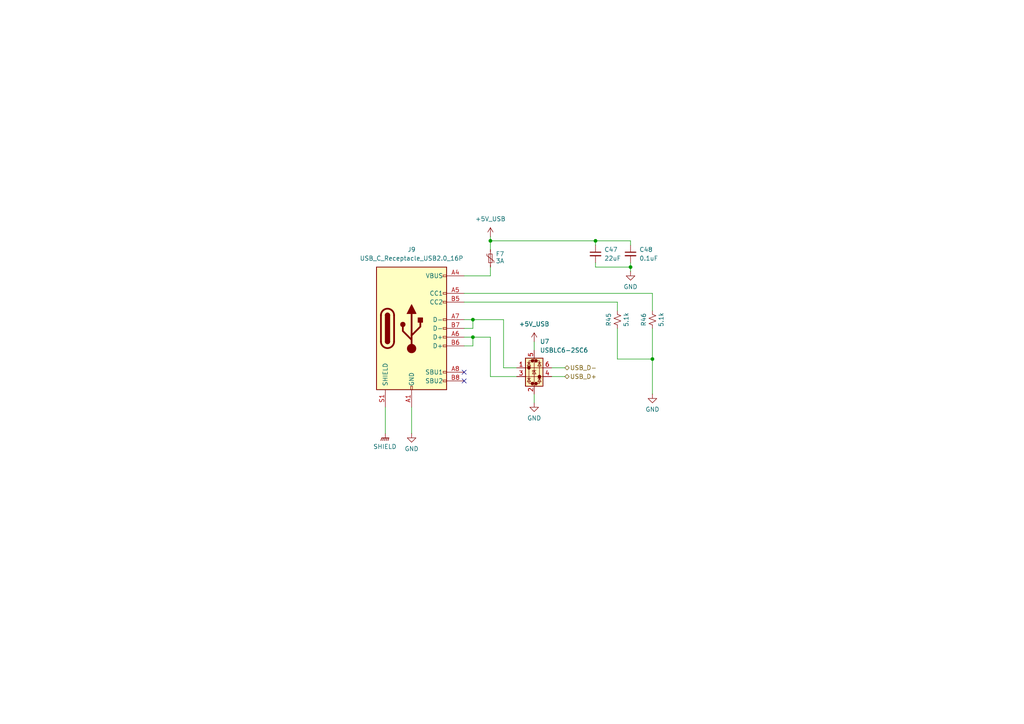
<source format=kicad_sch>
(kicad_sch
	(version 20250114)
	(generator "eeschema")
	(generator_version "9.0")
	(uuid "9b74cad4-558f-45e3-80ef-787713a57c7e")
	(paper "A4")
	(lib_symbols
		(symbol "Connector:USB_C_Receptacle_USB2.0_16P"
			(pin_names
				(offset 1.016)
			)
			(exclude_from_sim no)
			(in_bom yes)
			(on_board yes)
			(property "Reference" "J"
				(at 0 22.225 0)
				(effects
					(font
						(size 1.27 1.27)
					)
				)
			)
			(property "Value" "USB_C_Receptacle_USB2.0_16P"
				(at 0 19.685 0)
				(effects
					(font
						(size 1.27 1.27)
					)
				)
			)
			(property "Footprint" ""
				(at 3.81 0 0)
				(effects
					(font
						(size 1.27 1.27)
					)
					(hide yes)
				)
			)
			(property "Datasheet" "https://www.usb.org/sites/default/files/documents/usb_type-c.zip"
				(at 3.81 0 0)
				(effects
					(font
						(size 1.27 1.27)
					)
					(hide yes)
				)
			)
			(property "Description" "USB 2.0-only 16P Type-C Receptacle connector"
				(at 0 0 0)
				(effects
					(font
						(size 1.27 1.27)
					)
					(hide yes)
				)
			)
			(property "ki_keywords" "usb universal serial bus type-C USB2.0"
				(at 0 0 0)
				(effects
					(font
						(size 1.27 1.27)
					)
					(hide yes)
				)
			)
			(property "ki_fp_filters" "USB*C*Receptacle*"
				(at 0 0 0)
				(effects
					(font
						(size 1.27 1.27)
					)
					(hide yes)
				)
			)
			(symbol "USB_C_Receptacle_USB2.0_16P_0_0"
				(rectangle
					(start -0.254 -17.78)
					(end 0.254 -16.764)
					(stroke
						(width 0)
						(type default)
					)
					(fill
						(type none)
					)
				)
				(rectangle
					(start 10.16 15.494)
					(end 9.144 14.986)
					(stroke
						(width 0)
						(type default)
					)
					(fill
						(type none)
					)
				)
				(rectangle
					(start 10.16 10.414)
					(end 9.144 9.906)
					(stroke
						(width 0)
						(type default)
					)
					(fill
						(type none)
					)
				)
				(rectangle
					(start 10.16 7.874)
					(end 9.144 7.366)
					(stroke
						(width 0)
						(type default)
					)
					(fill
						(type none)
					)
				)
				(rectangle
					(start 10.16 2.794)
					(end 9.144 2.286)
					(stroke
						(width 0)
						(type default)
					)
					(fill
						(type none)
					)
				)
				(rectangle
					(start 10.16 0.254)
					(end 9.144 -0.254)
					(stroke
						(width 0)
						(type default)
					)
					(fill
						(type none)
					)
				)
				(rectangle
					(start 10.16 -2.286)
					(end 9.144 -2.794)
					(stroke
						(width 0)
						(type default)
					)
					(fill
						(type none)
					)
				)
				(rectangle
					(start 10.16 -4.826)
					(end 9.144 -5.334)
					(stroke
						(width 0)
						(type default)
					)
					(fill
						(type none)
					)
				)
				(rectangle
					(start 10.16 -12.446)
					(end 9.144 -12.954)
					(stroke
						(width 0)
						(type default)
					)
					(fill
						(type none)
					)
				)
				(rectangle
					(start 10.16 -14.986)
					(end 9.144 -15.494)
					(stroke
						(width 0)
						(type default)
					)
					(fill
						(type none)
					)
				)
			)
			(symbol "USB_C_Receptacle_USB2.0_16P_0_1"
				(rectangle
					(start -10.16 17.78)
					(end 10.16 -17.78)
					(stroke
						(width 0.254)
						(type default)
					)
					(fill
						(type background)
					)
				)
				(polyline
					(pts
						(xy -8.89 -3.81) (xy -8.89 3.81)
					)
					(stroke
						(width 0.508)
						(type default)
					)
					(fill
						(type none)
					)
				)
				(rectangle
					(start -7.62 -3.81)
					(end -6.35 3.81)
					(stroke
						(width 0.254)
						(type default)
					)
					(fill
						(type outline)
					)
				)
				(arc
					(start -7.62 3.81)
					(mid -6.985 4.4423)
					(end -6.35 3.81)
					(stroke
						(width 0.254)
						(type default)
					)
					(fill
						(type none)
					)
				)
				(arc
					(start -7.62 3.81)
					(mid -6.985 4.4423)
					(end -6.35 3.81)
					(stroke
						(width 0.254)
						(type default)
					)
					(fill
						(type outline)
					)
				)
				(arc
					(start -8.89 3.81)
					(mid -6.985 5.7067)
					(end -5.08 3.81)
					(stroke
						(width 0.508)
						(type default)
					)
					(fill
						(type none)
					)
				)
				(arc
					(start -5.08 -3.81)
					(mid -6.985 -5.7067)
					(end -8.89 -3.81)
					(stroke
						(width 0.508)
						(type default)
					)
					(fill
						(type none)
					)
				)
				(arc
					(start -6.35 -3.81)
					(mid -6.985 -4.4423)
					(end -7.62 -3.81)
					(stroke
						(width 0.254)
						(type default)
					)
					(fill
						(type none)
					)
				)
				(arc
					(start -6.35 -3.81)
					(mid -6.985 -4.4423)
					(end -7.62 -3.81)
					(stroke
						(width 0.254)
						(type default)
					)
					(fill
						(type outline)
					)
				)
				(polyline
					(pts
						(xy -5.08 3.81) (xy -5.08 -3.81)
					)
					(stroke
						(width 0.508)
						(type default)
					)
					(fill
						(type none)
					)
				)
				(circle
					(center -2.54 1.143)
					(radius 0.635)
					(stroke
						(width 0.254)
						(type default)
					)
					(fill
						(type outline)
					)
				)
				(polyline
					(pts
						(xy -1.27 4.318) (xy 0 6.858) (xy 1.27 4.318) (xy -1.27 4.318)
					)
					(stroke
						(width 0.254)
						(type default)
					)
					(fill
						(type outline)
					)
				)
				(polyline
					(pts
						(xy 0 -2.032) (xy 2.54 0.508) (xy 2.54 1.778)
					)
					(stroke
						(width 0.508)
						(type default)
					)
					(fill
						(type none)
					)
				)
				(polyline
					(pts
						(xy 0 -3.302) (xy -2.54 -0.762) (xy -2.54 0.508)
					)
					(stroke
						(width 0.508)
						(type default)
					)
					(fill
						(type none)
					)
				)
				(polyline
					(pts
						(xy 0 -5.842) (xy 0 4.318)
					)
					(stroke
						(width 0.508)
						(type default)
					)
					(fill
						(type none)
					)
				)
				(circle
					(center 0 -5.842)
					(radius 1.27)
					(stroke
						(width 0)
						(type default)
					)
					(fill
						(type outline)
					)
				)
				(rectangle
					(start 1.905 1.778)
					(end 3.175 3.048)
					(stroke
						(width 0.254)
						(type default)
					)
					(fill
						(type outline)
					)
				)
			)
			(symbol "USB_C_Receptacle_USB2.0_16P_1_1"
				(pin passive line
					(at -7.62 -22.86 90)
					(length 5.08)
					(name "SHIELD"
						(effects
							(font
								(size 1.27 1.27)
							)
						)
					)
					(number "S1"
						(effects
							(font
								(size 1.27 1.27)
							)
						)
					)
				)
				(pin passive line
					(at 0 -22.86 90)
					(length 5.08)
					(name "GND"
						(effects
							(font
								(size 1.27 1.27)
							)
						)
					)
					(number "A1"
						(effects
							(font
								(size 1.27 1.27)
							)
						)
					)
				)
				(pin passive line
					(at 0 -22.86 90)
					(length 5.08)
					(hide yes)
					(name "GND"
						(effects
							(font
								(size 1.27 1.27)
							)
						)
					)
					(number "A12"
						(effects
							(font
								(size 1.27 1.27)
							)
						)
					)
				)
				(pin passive line
					(at 0 -22.86 90)
					(length 5.08)
					(hide yes)
					(name "GND"
						(effects
							(font
								(size 1.27 1.27)
							)
						)
					)
					(number "B1"
						(effects
							(font
								(size 1.27 1.27)
							)
						)
					)
				)
				(pin passive line
					(at 0 -22.86 90)
					(length 5.08)
					(hide yes)
					(name "GND"
						(effects
							(font
								(size 1.27 1.27)
							)
						)
					)
					(number "B12"
						(effects
							(font
								(size 1.27 1.27)
							)
						)
					)
				)
				(pin passive line
					(at 15.24 15.24 180)
					(length 5.08)
					(name "VBUS"
						(effects
							(font
								(size 1.27 1.27)
							)
						)
					)
					(number "A4"
						(effects
							(font
								(size 1.27 1.27)
							)
						)
					)
				)
				(pin passive line
					(at 15.24 15.24 180)
					(length 5.08)
					(hide yes)
					(name "VBUS"
						(effects
							(font
								(size 1.27 1.27)
							)
						)
					)
					(number "A9"
						(effects
							(font
								(size 1.27 1.27)
							)
						)
					)
				)
				(pin passive line
					(at 15.24 15.24 180)
					(length 5.08)
					(hide yes)
					(name "VBUS"
						(effects
							(font
								(size 1.27 1.27)
							)
						)
					)
					(number "B4"
						(effects
							(font
								(size 1.27 1.27)
							)
						)
					)
				)
				(pin passive line
					(at 15.24 15.24 180)
					(length 5.08)
					(hide yes)
					(name "VBUS"
						(effects
							(font
								(size 1.27 1.27)
							)
						)
					)
					(number "B9"
						(effects
							(font
								(size 1.27 1.27)
							)
						)
					)
				)
				(pin bidirectional line
					(at 15.24 10.16 180)
					(length 5.08)
					(name "CC1"
						(effects
							(font
								(size 1.27 1.27)
							)
						)
					)
					(number "A5"
						(effects
							(font
								(size 1.27 1.27)
							)
						)
					)
				)
				(pin bidirectional line
					(at 15.24 7.62 180)
					(length 5.08)
					(name "CC2"
						(effects
							(font
								(size 1.27 1.27)
							)
						)
					)
					(number "B5"
						(effects
							(font
								(size 1.27 1.27)
							)
						)
					)
				)
				(pin bidirectional line
					(at 15.24 2.54 180)
					(length 5.08)
					(name "D-"
						(effects
							(font
								(size 1.27 1.27)
							)
						)
					)
					(number "A7"
						(effects
							(font
								(size 1.27 1.27)
							)
						)
					)
				)
				(pin bidirectional line
					(at 15.24 0 180)
					(length 5.08)
					(name "D-"
						(effects
							(font
								(size 1.27 1.27)
							)
						)
					)
					(number "B7"
						(effects
							(font
								(size 1.27 1.27)
							)
						)
					)
				)
				(pin bidirectional line
					(at 15.24 -2.54 180)
					(length 5.08)
					(name "D+"
						(effects
							(font
								(size 1.27 1.27)
							)
						)
					)
					(number "A6"
						(effects
							(font
								(size 1.27 1.27)
							)
						)
					)
				)
				(pin bidirectional line
					(at 15.24 -5.08 180)
					(length 5.08)
					(name "D+"
						(effects
							(font
								(size 1.27 1.27)
							)
						)
					)
					(number "B6"
						(effects
							(font
								(size 1.27 1.27)
							)
						)
					)
				)
				(pin bidirectional line
					(at 15.24 -12.7 180)
					(length 5.08)
					(name "SBU1"
						(effects
							(font
								(size 1.27 1.27)
							)
						)
					)
					(number "A8"
						(effects
							(font
								(size 1.27 1.27)
							)
						)
					)
				)
				(pin bidirectional line
					(at 15.24 -15.24 180)
					(length 5.08)
					(name "SBU2"
						(effects
							(font
								(size 1.27 1.27)
							)
						)
					)
					(number "B8"
						(effects
							(font
								(size 1.27 1.27)
							)
						)
					)
				)
			)
			(embedded_fonts no)
		)
		(symbol "Device:C_Small"
			(pin_numbers
				(hide yes)
			)
			(pin_names
				(offset 0.254)
				(hide yes)
			)
			(exclude_from_sim no)
			(in_bom yes)
			(on_board yes)
			(property "Reference" "C"
				(at 0.254 1.778 0)
				(effects
					(font
						(size 1.27 1.27)
					)
					(justify left)
				)
			)
			(property "Value" "C_Small"
				(at 0.254 -2.032 0)
				(effects
					(font
						(size 1.27 1.27)
					)
					(justify left)
				)
			)
			(property "Footprint" ""
				(at 0 0 0)
				(effects
					(font
						(size 1.27 1.27)
					)
					(hide yes)
				)
			)
			(property "Datasheet" "~"
				(at 0 0 0)
				(effects
					(font
						(size 1.27 1.27)
					)
					(hide yes)
				)
			)
			(property "Description" "Unpolarized capacitor, small symbol"
				(at 0 0 0)
				(effects
					(font
						(size 1.27 1.27)
					)
					(hide yes)
				)
			)
			(property "ki_keywords" "capacitor cap"
				(at 0 0 0)
				(effects
					(font
						(size 1.27 1.27)
					)
					(hide yes)
				)
			)
			(property "ki_fp_filters" "C_*"
				(at 0 0 0)
				(effects
					(font
						(size 1.27 1.27)
					)
					(hide yes)
				)
			)
			(symbol "C_Small_0_1"
				(polyline
					(pts
						(xy -1.524 0.508) (xy 1.524 0.508)
					)
					(stroke
						(width 0.3048)
						(type default)
					)
					(fill
						(type none)
					)
				)
				(polyline
					(pts
						(xy -1.524 -0.508) (xy 1.524 -0.508)
					)
					(stroke
						(width 0.3302)
						(type default)
					)
					(fill
						(type none)
					)
				)
			)
			(symbol "C_Small_1_1"
				(pin passive line
					(at 0 2.54 270)
					(length 2.032)
					(name "~"
						(effects
							(font
								(size 1.27 1.27)
							)
						)
					)
					(number "1"
						(effects
							(font
								(size 1.27 1.27)
							)
						)
					)
				)
				(pin passive line
					(at 0 -2.54 90)
					(length 2.032)
					(name "~"
						(effects
							(font
								(size 1.27 1.27)
							)
						)
					)
					(number "2"
						(effects
							(font
								(size 1.27 1.27)
							)
						)
					)
				)
			)
			(embedded_fonts no)
		)
		(symbol "Device:Polyfuse_Small"
			(pin_numbers
				(hide yes)
			)
			(pin_names
				(offset 0)
			)
			(exclude_from_sim no)
			(in_bom yes)
			(on_board yes)
			(property "Reference" "F"
				(at -1.905 0 90)
				(effects
					(font
						(size 1.27 1.27)
					)
				)
			)
			(property "Value" "Polyfuse_Small"
				(at 1.905 0 90)
				(effects
					(font
						(size 1.27 1.27)
					)
				)
			)
			(property "Footprint" ""
				(at 1.27 -5.08 0)
				(effects
					(font
						(size 1.27 1.27)
					)
					(justify left)
					(hide yes)
				)
			)
			(property "Datasheet" "~"
				(at 0 0 0)
				(effects
					(font
						(size 1.27 1.27)
					)
					(hide yes)
				)
			)
			(property "Description" "Resettable fuse, polymeric positive temperature coefficient, small symbol"
				(at 0 0 0)
				(effects
					(font
						(size 1.27 1.27)
					)
					(hide yes)
				)
			)
			(property "ki_keywords" "resettable fuse PTC PPTC polyfuse polyswitch"
				(at 0 0 0)
				(effects
					(font
						(size 1.27 1.27)
					)
					(hide yes)
				)
			)
			(property "ki_fp_filters" "*polyfuse* *PTC*"
				(at 0 0 0)
				(effects
					(font
						(size 1.27 1.27)
					)
					(hide yes)
				)
			)
			(symbol "Polyfuse_Small_0_1"
				(polyline
					(pts
						(xy -1.016 1.27) (xy -1.016 0.762) (xy 1.016 -0.762) (xy 1.016 -1.27)
					)
					(stroke
						(width 0)
						(type default)
					)
					(fill
						(type none)
					)
				)
				(rectangle
					(start -0.508 1.27)
					(end 0.508 -1.27)
					(stroke
						(width 0)
						(type default)
					)
					(fill
						(type none)
					)
				)
				(polyline
					(pts
						(xy 0 2.54) (xy 0 -2.54)
					)
					(stroke
						(width 0)
						(type default)
					)
					(fill
						(type none)
					)
				)
			)
			(symbol "Polyfuse_Small_1_1"
				(pin passive line
					(at 0 2.54 270)
					(length 0.635)
					(name "~"
						(effects
							(font
								(size 1.27 1.27)
							)
						)
					)
					(number "1"
						(effects
							(font
								(size 1.27 1.27)
							)
						)
					)
				)
				(pin passive line
					(at 0 -2.54 90)
					(length 0.635)
					(name "~"
						(effects
							(font
								(size 1.27 1.27)
							)
						)
					)
					(number "2"
						(effects
							(font
								(size 1.27 1.27)
							)
						)
					)
				)
			)
			(embedded_fonts no)
		)
		(symbol "Device:R_Small_US"
			(pin_numbers
				(hide yes)
			)
			(pin_names
				(offset 0.254)
				(hide yes)
			)
			(exclude_from_sim no)
			(in_bom yes)
			(on_board yes)
			(property "Reference" "R"
				(at 0.762 0.508 0)
				(effects
					(font
						(size 1.27 1.27)
					)
					(justify left)
				)
			)
			(property "Value" "R_Small_US"
				(at 0.762 -1.016 0)
				(effects
					(font
						(size 1.27 1.27)
					)
					(justify left)
				)
			)
			(property "Footprint" ""
				(at 0 0 0)
				(effects
					(font
						(size 1.27 1.27)
					)
					(hide yes)
				)
			)
			(property "Datasheet" "~"
				(at 0 0 0)
				(effects
					(font
						(size 1.27 1.27)
					)
					(hide yes)
				)
			)
			(property "Description" "Resistor, small US symbol"
				(at 0 0 0)
				(effects
					(font
						(size 1.27 1.27)
					)
					(hide yes)
				)
			)
			(property "ki_keywords" "r resistor"
				(at 0 0 0)
				(effects
					(font
						(size 1.27 1.27)
					)
					(hide yes)
				)
			)
			(property "ki_fp_filters" "R_*"
				(at 0 0 0)
				(effects
					(font
						(size 1.27 1.27)
					)
					(hide yes)
				)
			)
			(symbol "R_Small_US_1_1"
				(polyline
					(pts
						(xy 0 1.524) (xy 1.016 1.143) (xy 0 0.762) (xy -1.016 0.381) (xy 0 0)
					)
					(stroke
						(width 0)
						(type default)
					)
					(fill
						(type none)
					)
				)
				(polyline
					(pts
						(xy 0 0) (xy 1.016 -0.381) (xy 0 -0.762) (xy -1.016 -1.143) (xy 0 -1.524)
					)
					(stroke
						(width 0)
						(type default)
					)
					(fill
						(type none)
					)
				)
				(pin passive line
					(at 0 2.54 270)
					(length 1.016)
					(name "~"
						(effects
							(font
								(size 1.27 1.27)
							)
						)
					)
					(number "1"
						(effects
							(font
								(size 1.27 1.27)
							)
						)
					)
				)
				(pin passive line
					(at 0 -2.54 90)
					(length 1.016)
					(name "~"
						(effects
							(font
								(size 1.27 1.27)
							)
						)
					)
					(number "2"
						(effects
							(font
								(size 1.27 1.27)
							)
						)
					)
				)
			)
			(embedded_fonts no)
		)
		(symbol "Power_Protection:USBLC6-2SC6"
			(pin_names
				(hide yes)
			)
			(exclude_from_sim no)
			(in_bom yes)
			(on_board yes)
			(property "Reference" "U"
				(at 0.635 5.715 0)
				(effects
					(font
						(size 1.27 1.27)
					)
					(justify left)
				)
			)
			(property "Value" "USBLC6-2SC6"
				(at 0.635 3.81 0)
				(effects
					(font
						(size 1.27 1.27)
					)
					(justify left)
				)
			)
			(property "Footprint" "Package_TO_SOT_SMD:SOT-23-6"
				(at 1.27 -6.35 0)
				(effects
					(font
						(size 1.27 1.27)
						(italic yes)
					)
					(justify left)
					(hide yes)
				)
			)
			(property "Datasheet" "https://www.st.com/resource/en/datasheet/usblc6-2.pdf"
				(at 1.27 -8.255 0)
				(effects
					(font
						(size 1.27 1.27)
					)
					(justify left)
					(hide yes)
				)
			)
			(property "Description" "Very low capacitance ESD protection diode, 2 data-line, SOT-23-6"
				(at 0 0 0)
				(effects
					(font
						(size 1.27 1.27)
					)
					(hide yes)
				)
			)
			(property "ki_keywords" "usb ethernet video"
				(at 0 0 0)
				(effects
					(font
						(size 1.27 1.27)
					)
					(hide yes)
				)
			)
			(property "ki_fp_filters" "SOT?23*"
				(at 0 0 0)
				(effects
					(font
						(size 1.27 1.27)
					)
					(hide yes)
				)
			)
			(symbol "USBLC6-2SC6_0_0"
				(circle
					(center -1.524 0)
					(radius 0.0001)
					(stroke
						(width 0.508)
						(type default)
					)
					(fill
						(type none)
					)
				)
				(circle
					(center -0.508 2.032)
					(radius 0.0001)
					(stroke
						(width 0.508)
						(type default)
					)
					(fill
						(type none)
					)
				)
				(circle
					(center -0.508 -4.572)
					(radius 0.0001)
					(stroke
						(width 0.508)
						(type default)
					)
					(fill
						(type none)
					)
				)
				(circle
					(center 0.508 2.032)
					(radius 0.0001)
					(stroke
						(width 0.508)
						(type default)
					)
					(fill
						(type none)
					)
				)
				(circle
					(center 0.508 -4.572)
					(radius 0.0001)
					(stroke
						(width 0.508)
						(type default)
					)
					(fill
						(type none)
					)
				)
				(circle
					(center 1.524 -2.54)
					(radius 0.0001)
					(stroke
						(width 0.508)
						(type default)
					)
					(fill
						(type none)
					)
				)
			)
			(symbol "USBLC6-2SC6_0_1"
				(polyline
					(pts
						(xy -2.54 0) (xy 2.54 0)
					)
					(stroke
						(width 0)
						(type default)
					)
					(fill
						(type none)
					)
				)
				(polyline
					(pts
						(xy -2.54 -2.54) (xy 2.54 -2.54)
					)
					(stroke
						(width 0)
						(type default)
					)
					(fill
						(type none)
					)
				)
				(polyline
					(pts
						(xy -2.032 0.508) (xy -1.016 0.508) (xy -1.524 1.524) (xy -2.032 0.508)
					)
					(stroke
						(width 0)
						(type default)
					)
					(fill
						(type none)
					)
				)
				(polyline
					(pts
						(xy -2.032 -3.048) (xy -1.016 -3.048)
					)
					(stroke
						(width 0)
						(type default)
					)
					(fill
						(type none)
					)
				)
				(polyline
					(pts
						(xy -1.016 1.524) (xy -2.032 1.524)
					)
					(stroke
						(width 0)
						(type default)
					)
					(fill
						(type none)
					)
				)
				(polyline
					(pts
						(xy -1.016 -4.064) (xy -2.032 -4.064) (xy -1.524 -3.048) (xy -1.016 -4.064)
					)
					(stroke
						(width 0)
						(type default)
					)
					(fill
						(type none)
					)
				)
				(polyline
					(pts
						(xy -0.508 -1.143) (xy -0.508 -0.762) (xy 0.508 -0.762)
					)
					(stroke
						(width 0)
						(type default)
					)
					(fill
						(type none)
					)
				)
				(polyline
					(pts
						(xy 0 2.54) (xy -0.508 2.032) (xy 0.508 2.032) (xy 0 1.524) (xy 0 -4.064) (xy -0.508 -4.572) (xy 0.508 -4.572)
						(xy 0 -5.08)
					)
					(stroke
						(width 0)
						(type default)
					)
					(fill
						(type none)
					)
				)
				(polyline
					(pts
						(xy 0.508 -1.778) (xy -0.508 -1.778) (xy 0 -0.762) (xy 0.508 -1.778)
					)
					(stroke
						(width 0)
						(type default)
					)
					(fill
						(type none)
					)
				)
				(polyline
					(pts
						(xy 1.016 1.524) (xy 2.032 1.524)
					)
					(stroke
						(width 0)
						(type default)
					)
					(fill
						(type none)
					)
				)
				(polyline
					(pts
						(xy 1.016 -3.048) (xy 2.032 -3.048)
					)
					(stroke
						(width 0)
						(type default)
					)
					(fill
						(type none)
					)
				)
				(polyline
					(pts
						(xy 2.032 0.508) (xy 1.016 0.508) (xy 1.524 1.524) (xy 2.032 0.508)
					)
					(stroke
						(width 0)
						(type default)
					)
					(fill
						(type none)
					)
				)
				(polyline
					(pts
						(xy 2.032 -4.064) (xy 1.016 -4.064) (xy 1.524 -3.048) (xy 2.032 -4.064)
					)
					(stroke
						(width 0)
						(type default)
					)
					(fill
						(type none)
					)
				)
			)
			(symbol "USBLC6-2SC6_1_1"
				(rectangle
					(start -2.54 2.794)
					(end 2.54 -5.334)
					(stroke
						(width 0.254)
						(type default)
					)
					(fill
						(type background)
					)
				)
				(polyline
					(pts
						(xy -0.508 2.032) (xy -1.524 2.032) (xy -1.524 -4.572) (xy -0.508 -4.572)
					)
					(stroke
						(width 0)
						(type default)
					)
					(fill
						(type none)
					)
				)
				(polyline
					(pts
						(xy 0.508 -4.572) (xy 1.524 -4.572) (xy 1.524 2.032) (xy 0.508 2.032)
					)
					(stroke
						(width 0)
						(type default)
					)
					(fill
						(type none)
					)
				)
				(pin passive line
					(at -5.08 0 0)
					(length 2.54)
					(name "I/O1"
						(effects
							(font
								(size 1.27 1.27)
							)
						)
					)
					(number "1"
						(effects
							(font
								(size 1.27 1.27)
							)
						)
					)
				)
				(pin passive line
					(at -5.08 -2.54 0)
					(length 2.54)
					(name "I/O2"
						(effects
							(font
								(size 1.27 1.27)
							)
						)
					)
					(number "3"
						(effects
							(font
								(size 1.27 1.27)
							)
						)
					)
				)
				(pin passive line
					(at 0 5.08 270)
					(length 2.54)
					(name "VBUS"
						(effects
							(font
								(size 1.27 1.27)
							)
						)
					)
					(number "5"
						(effects
							(font
								(size 1.27 1.27)
							)
						)
					)
				)
				(pin passive line
					(at 0 -7.62 90)
					(length 2.54)
					(name "GND"
						(effects
							(font
								(size 1.27 1.27)
							)
						)
					)
					(number "2"
						(effects
							(font
								(size 1.27 1.27)
							)
						)
					)
				)
				(pin passive line
					(at 5.08 0 180)
					(length 2.54)
					(name "I/O1"
						(effects
							(font
								(size 1.27 1.27)
							)
						)
					)
					(number "6"
						(effects
							(font
								(size 1.27 1.27)
							)
						)
					)
				)
				(pin passive line
					(at 5.08 -2.54 180)
					(length 2.54)
					(name "I/O2"
						(effects
							(font
								(size 1.27 1.27)
							)
						)
					)
					(number "4"
						(effects
							(font
								(size 1.27 1.27)
							)
						)
					)
				)
			)
			(embedded_fonts no)
		)
		(symbol "power:+5V"
			(power)
			(pin_numbers
				(hide yes)
			)
			(pin_names
				(offset 0)
				(hide yes)
			)
			(exclude_from_sim no)
			(in_bom yes)
			(on_board yes)
			(property "Reference" "#PWR"
				(at 0 -3.81 0)
				(effects
					(font
						(size 1.27 1.27)
					)
					(hide yes)
				)
			)
			(property "Value" "+5V"
				(at 0 3.556 0)
				(effects
					(font
						(size 1.27 1.27)
					)
				)
			)
			(property "Footprint" ""
				(at 0 0 0)
				(effects
					(font
						(size 1.27 1.27)
					)
					(hide yes)
				)
			)
			(property "Datasheet" ""
				(at 0 0 0)
				(effects
					(font
						(size 1.27 1.27)
					)
					(hide yes)
				)
			)
			(property "Description" "Power symbol creates a global label with name \"+5V\""
				(at 0 0 0)
				(effects
					(font
						(size 1.27 1.27)
					)
					(hide yes)
				)
			)
			(property "ki_keywords" "global power"
				(at 0 0 0)
				(effects
					(font
						(size 1.27 1.27)
					)
					(hide yes)
				)
			)
			(symbol "+5V_0_1"
				(polyline
					(pts
						(xy -0.762 1.27) (xy 0 2.54)
					)
					(stroke
						(width 0)
						(type default)
					)
					(fill
						(type none)
					)
				)
				(polyline
					(pts
						(xy 0 2.54) (xy 0.762 1.27)
					)
					(stroke
						(width 0)
						(type default)
					)
					(fill
						(type none)
					)
				)
				(polyline
					(pts
						(xy 0 0) (xy 0 2.54)
					)
					(stroke
						(width 0)
						(type default)
					)
					(fill
						(type none)
					)
				)
			)
			(symbol "+5V_1_1"
				(pin power_in line
					(at 0 0 90)
					(length 0)
					(name "~"
						(effects
							(font
								(size 1.27 1.27)
							)
						)
					)
					(number "1"
						(effects
							(font
								(size 1.27 1.27)
							)
						)
					)
				)
			)
			(embedded_fonts no)
		)
		(symbol "power:GND"
			(power)
			(pin_numbers
				(hide yes)
			)
			(pin_names
				(offset 0)
				(hide yes)
			)
			(exclude_from_sim no)
			(in_bom yes)
			(on_board yes)
			(property "Reference" "#PWR"
				(at 0 -6.35 0)
				(effects
					(font
						(size 1.27 1.27)
					)
					(hide yes)
				)
			)
			(property "Value" "GND"
				(at 0 -3.81 0)
				(effects
					(font
						(size 1.27 1.27)
					)
				)
			)
			(property "Footprint" ""
				(at 0 0 0)
				(effects
					(font
						(size 1.27 1.27)
					)
					(hide yes)
				)
			)
			(property "Datasheet" ""
				(at 0 0 0)
				(effects
					(font
						(size 1.27 1.27)
					)
					(hide yes)
				)
			)
			(property "Description" "Power symbol creates a global label with name \"GND\" , ground"
				(at 0 0 0)
				(effects
					(font
						(size 1.27 1.27)
					)
					(hide yes)
				)
			)
			(property "ki_keywords" "global power"
				(at 0 0 0)
				(effects
					(font
						(size 1.27 1.27)
					)
					(hide yes)
				)
			)
			(symbol "GND_0_1"
				(polyline
					(pts
						(xy 0 0) (xy 0 -1.27) (xy 1.27 -1.27) (xy 0 -2.54) (xy -1.27 -1.27) (xy 0 -1.27)
					)
					(stroke
						(width 0)
						(type default)
					)
					(fill
						(type none)
					)
				)
			)
			(symbol "GND_1_1"
				(pin power_in line
					(at 0 0 270)
					(length 0)
					(name "~"
						(effects
							(font
								(size 1.27 1.27)
							)
						)
					)
					(number "1"
						(effects
							(font
								(size 1.27 1.27)
							)
						)
					)
				)
			)
			(embedded_fonts no)
		)
		(symbol "power:GNDPWR"
			(power)
			(pin_numbers
				(hide yes)
			)
			(pin_names
				(offset 0)
				(hide yes)
			)
			(exclude_from_sim no)
			(in_bom yes)
			(on_board yes)
			(property "Reference" "#PWR"
				(at 0 -5.08 0)
				(effects
					(font
						(size 1.27 1.27)
					)
					(hide yes)
				)
			)
			(property "Value" "GNDPWR"
				(at 0 -3.302 0)
				(effects
					(font
						(size 1.27 1.27)
					)
				)
			)
			(property "Footprint" ""
				(at 0 -1.27 0)
				(effects
					(font
						(size 1.27 1.27)
					)
					(hide yes)
				)
			)
			(property "Datasheet" ""
				(at 0 -1.27 0)
				(effects
					(font
						(size 1.27 1.27)
					)
					(hide yes)
				)
			)
			(property "Description" "Power symbol creates a global label with name \"GNDPWR\" , global ground"
				(at 0 0 0)
				(effects
					(font
						(size 1.27 1.27)
					)
					(hide yes)
				)
			)
			(property "ki_keywords" "global ground"
				(at 0 0 0)
				(effects
					(font
						(size 1.27 1.27)
					)
					(hide yes)
				)
			)
			(symbol "GNDPWR_0_1"
				(polyline
					(pts
						(xy -1.016 -1.27) (xy -1.27 -2.032) (xy -1.27 -2.032)
					)
					(stroke
						(width 0.2032)
						(type default)
					)
					(fill
						(type none)
					)
				)
				(polyline
					(pts
						(xy -0.508 -1.27) (xy -0.762 -2.032) (xy -0.762 -2.032)
					)
					(stroke
						(width 0.2032)
						(type default)
					)
					(fill
						(type none)
					)
				)
				(polyline
					(pts
						(xy 0 -1.27) (xy 0 0)
					)
					(stroke
						(width 0)
						(type default)
					)
					(fill
						(type none)
					)
				)
				(polyline
					(pts
						(xy 0 -1.27) (xy -0.254 -2.032) (xy -0.254 -2.032)
					)
					(stroke
						(width 0.2032)
						(type default)
					)
					(fill
						(type none)
					)
				)
				(polyline
					(pts
						(xy 0.508 -1.27) (xy 0.254 -2.032) (xy 0.254 -2.032)
					)
					(stroke
						(width 0.2032)
						(type default)
					)
					(fill
						(type none)
					)
				)
				(polyline
					(pts
						(xy 1.016 -1.27) (xy -1.016 -1.27) (xy -1.016 -1.27)
					)
					(stroke
						(width 0.2032)
						(type default)
					)
					(fill
						(type none)
					)
				)
				(polyline
					(pts
						(xy 1.016 -1.27) (xy 0.762 -2.032) (xy 0.762 -2.032) (xy 0.762 -2.032)
					)
					(stroke
						(width 0.2032)
						(type default)
					)
					(fill
						(type none)
					)
				)
			)
			(symbol "GNDPWR_1_1"
				(pin power_in line
					(at 0 0 270)
					(length 0)
					(name "~"
						(effects
							(font
								(size 1.27 1.27)
							)
						)
					)
					(number "1"
						(effects
							(font
								(size 1.27 1.27)
							)
						)
					)
				)
			)
			(embedded_fonts no)
		)
	)
	(junction
		(at 137.16 92.71)
		(diameter 0)
		(color 0 0 0 0)
		(uuid "2270fffc-ddc6-4161-a99a-635cf2bd2d83")
	)
	(junction
		(at 182.88 77.47)
		(diameter 0)
		(color 0 0 0 0)
		(uuid "71b76c97-a1db-43ca-a871-1cbe78969ad7")
	)
	(junction
		(at 142.24 69.85)
		(diameter 0)
		(color 0 0 0 0)
		(uuid "75deaae3-f9fd-4d3c-acb6-6dd909f33af3")
	)
	(junction
		(at 172.72 69.85)
		(diameter 0)
		(color 0 0 0 0)
		(uuid "808b34a5-760c-4290-a26a-56f516f5ba6f")
	)
	(junction
		(at 189.23 104.14)
		(diameter 0)
		(color 0 0 0 0)
		(uuid "8a92d5a0-b0b9-42fe-bb38-ef88b4200abd")
	)
	(junction
		(at 137.16 97.79)
		(diameter 0)
		(color 0 0 0 0)
		(uuid "cf6945d4-7194-4e92-a6ed-12e4a6d98bb9")
	)
	(no_connect
		(at 134.62 107.95)
		(uuid "7af8ce6c-eb2a-4a44-9b4d-ba3df715800c")
	)
	(no_connect
		(at 134.62 110.49)
		(uuid "fe3dfba6-779a-42cd-a1c8-cf1413c670ab")
	)
	(wire
		(pts
			(xy 182.88 71.12) (xy 182.88 69.85)
		)
		(stroke
			(width 0)
			(type default)
		)
		(uuid "004626a3-d72f-4a18-8bb6-25134c54edec")
	)
	(wire
		(pts
			(xy 182.88 77.47) (xy 182.88 78.74)
		)
		(stroke
			(width 0)
			(type default)
		)
		(uuid "0051e48d-3b70-4450-89ab-26c6727341a3")
	)
	(wire
		(pts
			(xy 142.24 68.58) (xy 142.24 69.85)
		)
		(stroke
			(width 0)
			(type default)
		)
		(uuid "0647b920-8f5d-4563-bc53-dde05a99ecbf")
	)
	(wire
		(pts
			(xy 134.62 95.25) (xy 137.16 95.25)
		)
		(stroke
			(width 0)
			(type default)
		)
		(uuid "146a44c5-8d86-4207-9e98-74fd167602e7")
	)
	(wire
		(pts
			(xy 172.72 77.47) (xy 182.88 77.47)
		)
		(stroke
			(width 0)
			(type default)
		)
		(uuid "169dd04b-f94a-4a1d-9b0d-01e0f8ea9b85")
	)
	(wire
		(pts
			(xy 154.94 99.06) (xy 154.94 101.6)
		)
		(stroke
			(width 0)
			(type default)
		)
		(uuid "1ab70706-3465-4b87-a856-005b4fb2c381")
	)
	(wire
		(pts
			(xy 189.23 104.14) (xy 189.23 95.25)
		)
		(stroke
			(width 0)
			(type default)
		)
		(uuid "1e803aa4-2126-4bde-8e0d-2a5981e0cab1")
	)
	(wire
		(pts
			(xy 111.76 118.11) (xy 111.76 125.73)
		)
		(stroke
			(width 0)
			(type default)
		)
		(uuid "2019aa27-e932-4280-a2a4-1f465b29bf52")
	)
	(wire
		(pts
			(xy 179.07 87.63) (xy 179.07 90.17)
		)
		(stroke
			(width 0)
			(type default)
		)
		(uuid "264b368e-0704-499b-b376-f0a9cf708b9e")
	)
	(wire
		(pts
			(xy 146.05 92.71) (xy 137.16 92.71)
		)
		(stroke
			(width 0)
			(type default)
		)
		(uuid "296e6f1b-c102-4fee-b254-7bd4d1c43742")
	)
	(wire
		(pts
			(xy 189.23 104.14) (xy 189.23 114.3)
		)
		(stroke
			(width 0)
			(type default)
		)
		(uuid "30c91fed-4718-4710-adaa-e48d35fd3814")
	)
	(wire
		(pts
			(xy 182.88 77.47) (xy 182.88 76.2)
		)
		(stroke
			(width 0)
			(type default)
		)
		(uuid "30ea2ddd-bebc-4730-ad1a-dc69298b878f")
	)
	(wire
		(pts
			(xy 172.72 76.2) (xy 172.72 77.47)
		)
		(stroke
			(width 0)
			(type default)
		)
		(uuid "32c1764c-1c05-4348-9c32-6a3b99e816a8")
	)
	(wire
		(pts
			(xy 134.62 100.33) (xy 137.16 100.33)
		)
		(stroke
			(width 0)
			(type default)
		)
		(uuid "35ff8571-6d47-4b1a-86b6-763bd2ca6956")
	)
	(wire
		(pts
			(xy 154.94 114.3) (xy 154.94 116.84)
		)
		(stroke
			(width 0)
			(type default)
		)
		(uuid "4a0407c7-2219-4017-ac67-94aef7ef6abd")
	)
	(wire
		(pts
			(xy 149.86 106.68) (xy 146.05 106.68)
		)
		(stroke
			(width 0)
			(type default)
		)
		(uuid "52d64a34-8138-4c3e-8826-30624574d468")
	)
	(wire
		(pts
			(xy 149.86 109.22) (xy 142.24 109.22)
		)
		(stroke
			(width 0)
			(type default)
		)
		(uuid "58645bd1-82fb-4dfc-bbd9-411f14d0328b")
	)
	(wire
		(pts
			(xy 179.07 95.25) (xy 179.07 104.14)
		)
		(stroke
			(width 0)
			(type default)
		)
		(uuid "65f24c3d-1d01-415e-85f3-b16ef6aff19e")
	)
	(wire
		(pts
			(xy 142.24 77.47) (xy 142.24 80.01)
		)
		(stroke
			(width 0)
			(type default)
		)
		(uuid "66541482-debd-4937-a41e-f3d994d28669")
	)
	(wire
		(pts
			(xy 160.02 106.68) (xy 163.83 106.68)
		)
		(stroke
			(width 0)
			(type default)
		)
		(uuid "680eef0c-0bd9-46a8-b8fc-efda591d5638")
	)
	(wire
		(pts
			(xy 142.24 109.22) (xy 142.24 97.79)
		)
		(stroke
			(width 0)
			(type default)
		)
		(uuid "68b57090-320a-444e-91c0-04df269a85b2")
	)
	(wire
		(pts
			(xy 142.24 69.85) (xy 142.24 72.39)
		)
		(stroke
			(width 0)
			(type default)
		)
		(uuid "6eb0f0ce-5b8c-4af7-aa10-21ae653a0880")
	)
	(wire
		(pts
			(xy 146.05 106.68) (xy 146.05 92.71)
		)
		(stroke
			(width 0)
			(type default)
		)
		(uuid "7178d207-823a-4d2c-bae0-d3a12a28decc")
	)
	(wire
		(pts
			(xy 179.07 104.14) (xy 189.23 104.14)
		)
		(stroke
			(width 0)
			(type default)
		)
		(uuid "8adc8ac8-72d4-4474-ab66-a508cda4cea0")
	)
	(wire
		(pts
			(xy 142.24 69.85) (xy 172.72 69.85)
		)
		(stroke
			(width 0)
			(type default)
		)
		(uuid "a59115cd-6085-4aee-a681-331d31575d3d")
	)
	(wire
		(pts
			(xy 142.24 97.79) (xy 137.16 97.79)
		)
		(stroke
			(width 0)
			(type default)
		)
		(uuid "a8f50a7a-7656-4bb9-aab2-11ca3f035c41")
	)
	(wire
		(pts
			(xy 134.62 85.09) (xy 189.23 85.09)
		)
		(stroke
			(width 0)
			(type default)
		)
		(uuid "acfb1b86-de2c-47ef-93af-0b067ab05e21")
	)
	(wire
		(pts
			(xy 137.16 100.33) (xy 137.16 97.79)
		)
		(stroke
			(width 0)
			(type default)
		)
		(uuid "af8ada6a-0541-4af6-b939-5bb510da52d0")
	)
	(wire
		(pts
			(xy 182.88 69.85) (xy 172.72 69.85)
		)
		(stroke
			(width 0)
			(type default)
		)
		(uuid "cc35779d-a090-4381-9606-9b4a16d42ffa")
	)
	(wire
		(pts
			(xy 172.72 71.12) (xy 172.72 69.85)
		)
		(stroke
			(width 0)
			(type default)
		)
		(uuid "d16ef81f-f634-4043-acf2-f44fdbacf78f")
	)
	(wire
		(pts
			(xy 160.02 109.22) (xy 163.83 109.22)
		)
		(stroke
			(width 0)
			(type default)
		)
		(uuid "d294bba4-b83a-4a4a-a547-cce23f1cf285")
	)
	(wire
		(pts
			(xy 134.62 87.63) (xy 179.07 87.63)
		)
		(stroke
			(width 0)
			(type default)
		)
		(uuid "d2ca9e37-300b-47a2-b359-f7a3854e46c9")
	)
	(wire
		(pts
			(xy 189.23 85.09) (xy 189.23 90.17)
		)
		(stroke
			(width 0)
			(type default)
		)
		(uuid "d665b505-e036-4d92-a012-048620943c3a")
	)
	(wire
		(pts
			(xy 137.16 95.25) (xy 137.16 92.71)
		)
		(stroke
			(width 0)
			(type default)
		)
		(uuid "da2b8822-4d2a-49f3-80df-affe3b035e8f")
	)
	(wire
		(pts
			(xy 119.38 118.11) (xy 119.38 125.73)
		)
		(stroke
			(width 0)
			(type default)
		)
		(uuid "dd289b40-95a3-43b8-a995-19e82840480e")
	)
	(wire
		(pts
			(xy 134.62 80.01) (xy 142.24 80.01)
		)
		(stroke
			(width 0)
			(type default)
		)
		(uuid "edb39f12-2069-46da-9057-58fa93d38dfd")
	)
	(wire
		(pts
			(xy 137.16 92.71) (xy 134.62 92.71)
		)
		(stroke
			(width 0)
			(type default)
		)
		(uuid "f776ebef-9cba-4811-87d4-aaac45378f08")
	)
	(wire
		(pts
			(xy 137.16 97.79) (xy 134.62 97.79)
		)
		(stroke
			(width 0)
			(type default)
		)
		(uuid "fe18773b-a00c-4a73-9a5b-b954d623fc2e")
	)
	(hierarchical_label "USB_D+"
		(shape bidirectional)
		(at 163.83 109.22 0)
		(effects
			(font
				(size 1.27 1.27)
			)
			(justify left)
		)
		(uuid "483b71bd-5dda-4df4-94e7-3edfe58dbbb8")
	)
	(hierarchical_label "USB_D-"
		(shape bidirectional)
		(at 163.83 106.68 0)
		(effects
			(font
				(size 1.27 1.27)
			)
			(justify left)
		)
		(uuid "f5cc7a1f-0e3d-4b22-877b-e3cf259847c7")
	)
	(symbol
		(lib_id "power:+5V")
		(at 142.24 68.58 0)
		(unit 1)
		(exclude_from_sim no)
		(in_bom yes)
		(on_board yes)
		(dnp no)
		(fields_autoplaced yes)
		(uuid "12da7dd3-4b7b-4634-a9f7-39865d6c6bfe")
		(property "Reference" "#PWR094"
			(at 142.24 72.39 0)
			(effects
				(font
					(size 1.27 1.27)
				)
				(hide yes)
			)
		)
		(property "Value" "+5V_USB"
			(at 142.24 63.5 0)
			(effects
				(font
					(size 1.27 1.27)
				)
			)
		)
		(property "Footprint" ""
			(at 142.24 68.58 0)
			(effects
				(font
					(size 1.27 1.27)
				)
				(hide yes)
			)
		)
		(property "Datasheet" ""
			(at 142.24 68.58 0)
			(effects
				(font
					(size 1.27 1.27)
				)
				(hide yes)
			)
		)
		(property "Description" "Power symbol creates a global label with name \"+5V\""
			(at 142.24 68.58 0)
			(effects
				(font
					(size 1.27 1.27)
				)
				(hide yes)
			)
		)
		(pin "1"
			(uuid "b972925f-ae36-46b5-a978-99ef69eff311")
		)
		(instances
			(project ""
				(path "/605ab838-6b02-4cf5-a6b5-94a0cdb1b998/f35f6632-7a6b-41d3-bd93-dffb4a5e22b1"
					(reference "#PWR094")
					(unit 1)
				)
			)
		)
	)
	(symbol
		(lib_id "Device:R_Small_US")
		(at 179.07 92.71 0)
		(unit 1)
		(exclude_from_sim no)
		(in_bom yes)
		(on_board yes)
		(dnp no)
		(uuid "18271b8e-17c1-4dbf-994e-ca5ad0ed83b3")
		(property "Reference" "R45"
			(at 176.53 92.71 90)
			(effects
				(font
					(size 1.27 1.27)
				)
			)
		)
		(property "Value" "5.1k"
			(at 181.61 92.71 90)
			(effects
				(font
					(size 1.27 1.27)
				)
			)
		)
		(property "Footprint" "Resistor_SMD:R_0402_1005Metric"
			(at 179.07 92.71 0)
			(effects
				(font
					(size 1.27 1.27)
				)
				(hide yes)
			)
		)
		(property "Datasheet" "~"
			(at 179.07 92.71 0)
			(effects
				(font
					(size 1.27 1.27)
				)
				(hide yes)
			)
		)
		(property "Description" "Resistor, small US symbol"
			(at 179.07 92.71 0)
			(effects
				(font
					(size 1.27 1.27)
				)
				(hide yes)
			)
		)
		(property "LCSC Part #" "C17630"
			(at 179.07 92.71 0)
			(effects
				(font
					(size 1.27 1.27)
				)
				(hide yes)
			)
		)
		(pin "1"
			(uuid "bc99e12f-bf8c-466a-bd42-451b75ace669")
		)
		(pin "2"
			(uuid "8e8a1473-a0e0-493c-96fc-990016dc52c7")
		)
		(instances
			(project "CanardBoard"
				(path "/605ab838-6b02-4cf5-a6b5-94a0cdb1b998/f35f6632-7a6b-41d3-bd93-dffb4a5e22b1"
					(reference "R45")
					(unit 1)
				)
			)
		)
	)
	(symbol
		(lib_id "Device:R_Small_US")
		(at 189.23 92.71 0)
		(unit 1)
		(exclude_from_sim no)
		(in_bom yes)
		(on_board yes)
		(dnp no)
		(uuid "496c8396-687f-40cd-ab31-da757c09345f")
		(property "Reference" "R46"
			(at 186.69 92.71 90)
			(effects
				(font
					(size 1.27 1.27)
				)
			)
		)
		(property "Value" "5.1k"
			(at 191.77 92.71 90)
			(effects
				(font
					(size 1.27 1.27)
				)
			)
		)
		(property "Footprint" "Resistor_SMD:R_0402_1005Metric"
			(at 189.23 92.71 0)
			(effects
				(font
					(size 1.27 1.27)
				)
				(hide yes)
			)
		)
		(property "Datasheet" "~"
			(at 189.23 92.71 0)
			(effects
				(font
					(size 1.27 1.27)
				)
				(hide yes)
			)
		)
		(property "Description" "Resistor, small US symbol"
			(at 189.23 92.71 0)
			(effects
				(font
					(size 1.27 1.27)
				)
				(hide yes)
			)
		)
		(property "LCSC Part #" "C17630"
			(at 189.23 92.71 0)
			(effects
				(font
					(size 1.27 1.27)
				)
				(hide yes)
			)
		)
		(pin "1"
			(uuid "31e85692-4e6b-43af-aa73-7bf01cfad2dd")
		)
		(pin "2"
			(uuid "835c9f88-ad45-42d5-b28b-d0644a2df126")
		)
		(instances
			(project "CanardBoard"
				(path "/605ab838-6b02-4cf5-a6b5-94a0cdb1b998/f35f6632-7a6b-41d3-bd93-dffb4a5e22b1"
					(reference "R46")
					(unit 1)
				)
			)
		)
	)
	(symbol
		(lib_id "Device:C_Small")
		(at 172.72 73.66 0)
		(unit 1)
		(exclude_from_sim no)
		(in_bom yes)
		(on_board yes)
		(dnp no)
		(uuid "4a14286c-4e84-4a47-93c5-2ae490e92288")
		(property "Reference" "C47"
			(at 175.26 72.3962 0)
			(effects
				(font
					(size 1.27 1.27)
				)
				(justify left)
			)
		)
		(property "Value" "22uF"
			(at 175.26 74.9362 0)
			(effects
				(font
					(size 1.27 1.27)
				)
				(justify left)
			)
		)
		(property "Footprint" "Capacitor_SMD:C_0805_2012Metric"
			(at 172.72 73.66 0)
			(effects
				(font
					(size 1.27 1.27)
				)
				(hide yes)
			)
		)
		(property "Datasheet" "~"
			(at 172.72 73.66 0)
			(effects
				(font
					(size 1.27 1.27)
				)
				(hide yes)
			)
		)
		(property "Description" "Unpolarized capacitor, small symbol"
			(at 172.72 73.66 0)
			(effects
				(font
					(size 1.27 1.27)
				)
				(hide yes)
			)
		)
		(pin "1"
			(uuid "706c4fef-5a77-42a7-a7ca-b63f1b59fec0")
		)
		(pin "2"
			(uuid "3754ef33-3b5b-4db6-b5e4-e90b1a24b3d9")
		)
		(instances
			(project ""
				(path "/605ab838-6b02-4cf5-a6b5-94a0cdb1b998/f35f6632-7a6b-41d3-bd93-dffb4a5e22b1"
					(reference "C47")
					(unit 1)
				)
			)
		)
	)
	(symbol
		(lib_id "Power_Protection:USBLC6-2SC6")
		(at 154.94 106.68 0)
		(unit 1)
		(exclude_from_sim no)
		(in_bom yes)
		(on_board yes)
		(dnp no)
		(fields_autoplaced yes)
		(uuid "4e561a9a-66a8-45d5-9bf8-a71bd82bcf0f")
		(property "Reference" "U7"
			(at 156.5911 99.06 0)
			(effects
				(font
					(size 1.27 1.27)
				)
				(justify left)
			)
		)
		(property "Value" "USBLC6-2SC6"
			(at 156.5911 101.6 0)
			(effects
				(font
					(size 1.27 1.27)
				)
				(justify left)
			)
		)
		(property "Footprint" "Package_TO_SOT_SMD:SOT-23-6"
			(at 156.21 113.03 0)
			(effects
				(font
					(size 1.27 1.27)
					(italic yes)
				)
				(justify left)
				(hide yes)
			)
		)
		(property "Datasheet" "https://www.st.com/resource/en/datasheet/usblc6-2.pdf"
			(at 156.21 114.935 0)
			(effects
				(font
					(size 1.27 1.27)
				)
				(justify left)
				(hide yes)
			)
		)
		(property "Description" "Very low capacitance ESD protection diode, 2 data-line, SOT-23-6"
			(at 154.94 106.68 0)
			(effects
				(font
					(size 1.27 1.27)
				)
				(hide yes)
			)
		)
		(pin "2"
			(uuid "a5d7c805-f51c-4db2-a27b-ff504f388ad0")
		)
		(pin "1"
			(uuid "dcbe78e4-ca73-481a-9cec-309caddffdb3")
		)
		(pin "5"
			(uuid "033609ad-5bba-4f6d-b5b5-39c16c44ae71")
		)
		(pin "3"
			(uuid "4a9757a2-2751-4c89-b697-9ed11f94c89d")
		)
		(pin "4"
			(uuid "693319d1-3024-445a-ad0b-e4b17c0cf825")
		)
		(pin "6"
			(uuid "3e0cc6f1-1cbd-4d32-a560-7b447198e3c9")
		)
		(instances
			(project ""
				(path "/605ab838-6b02-4cf5-a6b5-94a0cdb1b998/f35f6632-7a6b-41d3-bd93-dffb4a5e22b1"
					(reference "U7")
					(unit 1)
				)
			)
		)
	)
	(symbol
		(lib_id "power:+5V")
		(at 154.94 99.06 0)
		(unit 1)
		(exclude_from_sim no)
		(in_bom yes)
		(on_board yes)
		(dnp no)
		(fields_autoplaced yes)
		(uuid "5e6d5470-e7ef-417b-86bb-f6f813861445")
		(property "Reference" "#PWR095"
			(at 154.94 102.87 0)
			(effects
				(font
					(size 1.27 1.27)
				)
				(hide yes)
			)
		)
		(property "Value" "+5V_USB"
			(at 154.94 93.98 0)
			(effects
				(font
					(size 1.27 1.27)
				)
			)
		)
		(property "Footprint" ""
			(at 154.94 99.06 0)
			(effects
				(font
					(size 1.27 1.27)
				)
				(hide yes)
			)
		)
		(property "Datasheet" ""
			(at 154.94 99.06 0)
			(effects
				(font
					(size 1.27 1.27)
				)
				(hide yes)
			)
		)
		(property "Description" "Power symbol creates a global label with name \"+5V\""
			(at 154.94 99.06 0)
			(effects
				(font
					(size 1.27 1.27)
				)
				(hide yes)
			)
		)
		(pin "1"
			(uuid "16f22834-f3d5-46ba-b1fa-4638583acbff")
		)
		(instances
			(project "CanardBoard"
				(path "/605ab838-6b02-4cf5-a6b5-94a0cdb1b998/f35f6632-7a6b-41d3-bd93-dffb4a5e22b1"
					(reference "#PWR095")
					(unit 1)
				)
			)
		)
	)
	(symbol
		(lib_id "power:GND")
		(at 119.38 125.73 0)
		(unit 1)
		(exclude_from_sim no)
		(in_bom yes)
		(on_board yes)
		(dnp no)
		(fields_autoplaced yes)
		(uuid "745f2998-a681-4795-b037-b90f00eeb7a5")
		(property "Reference" "#PWR093"
			(at 119.38 132.08 0)
			(effects
				(font
					(size 1.27 1.27)
				)
				(hide yes)
			)
		)
		(property "Value" "GND"
			(at 119.38 130.175 0)
			(effects
				(font
					(size 1.27 1.27)
				)
			)
		)
		(property "Footprint" ""
			(at 119.38 125.73 0)
			(effects
				(font
					(size 1.27 1.27)
				)
				(hide yes)
			)
		)
		(property "Datasheet" ""
			(at 119.38 125.73 0)
			(effects
				(font
					(size 1.27 1.27)
				)
				(hide yes)
			)
		)
		(property "Description" "Power symbol creates a global label with name \"GND\" , ground"
			(at 119.38 125.73 0)
			(effects
				(font
					(size 1.27 1.27)
				)
				(hide yes)
			)
		)
		(pin "1"
			(uuid "2ec47835-a7d4-466a-8adb-ac2a5a9b5854")
		)
		(instances
			(project "CanardBoard"
				(path "/605ab838-6b02-4cf5-a6b5-94a0cdb1b998/f35f6632-7a6b-41d3-bd93-dffb4a5e22b1"
					(reference "#PWR093")
					(unit 1)
				)
			)
		)
	)
	(symbol
		(lib_id "power:GNDPWR")
		(at 111.76 125.73 0)
		(unit 1)
		(exclude_from_sim no)
		(in_bom yes)
		(on_board yes)
		(dnp no)
		(fields_autoplaced yes)
		(uuid "767d9015-f0b9-4604-8264-4dcd4cc6298b")
		(property "Reference" "#PWR092"
			(at 111.76 130.81 0)
			(effects
				(font
					(size 1.27 1.27)
				)
				(hide yes)
			)
		)
		(property "Value" "SHIELD"
			(at 111.633 129.54 0)
			(effects
				(font
					(size 1.27 1.27)
				)
			)
		)
		(property "Footprint" ""
			(at 111.76 127 0)
			(effects
				(font
					(size 1.27 1.27)
				)
				(hide yes)
			)
		)
		(property "Datasheet" ""
			(at 111.76 127 0)
			(effects
				(font
					(size 1.27 1.27)
				)
				(hide yes)
			)
		)
		(property "Description" "Power symbol creates a global label with name \"GNDPWR\" , global ground"
			(at 111.76 125.73 0)
			(effects
				(font
					(size 1.27 1.27)
				)
				(hide yes)
			)
		)
		(pin "1"
			(uuid "63f393f8-5569-4044-b300-7516e0d47bdc")
		)
		(instances
			(project ""
				(path "/605ab838-6b02-4cf5-a6b5-94a0cdb1b998/f35f6632-7a6b-41d3-bd93-dffb4a5e22b1"
					(reference "#PWR092")
					(unit 1)
				)
			)
		)
	)
	(symbol
		(lib_id "Device:C_Small")
		(at 182.88 73.66 0)
		(unit 1)
		(exclude_from_sim no)
		(in_bom yes)
		(on_board yes)
		(dnp no)
		(fields_autoplaced yes)
		(uuid "7fec055f-9d27-4db0-a06d-52f818e45440")
		(property "Reference" "C48"
			(at 185.42 72.3962 0)
			(effects
				(font
					(size 1.27 1.27)
				)
				(justify left)
			)
		)
		(property "Value" "0.1uF"
			(at 185.42 74.9362 0)
			(effects
				(font
					(size 1.27 1.27)
				)
				(justify left)
			)
		)
		(property "Footprint" "Capacitor_SMD:C_0402_1005Metric"
			(at 182.88 73.66 0)
			(effects
				(font
					(size 1.27 1.27)
				)
				(hide yes)
			)
		)
		(property "Datasheet" "~"
			(at 182.88 73.66 0)
			(effects
				(font
					(size 1.27 1.27)
				)
				(hide yes)
			)
		)
		(property "Description" "Unpolarized capacitor, small symbol"
			(at 182.88 73.66 0)
			(effects
				(font
					(size 1.27 1.27)
				)
				(hide yes)
			)
		)
		(pin "1"
			(uuid "954cd76e-9178-4d5e-997e-52bde163947c")
		)
		(pin "2"
			(uuid "3a1b0c6a-f649-450c-bd69-1ae2764b7791")
		)
		(instances
			(project "CanardBoard"
				(path "/605ab838-6b02-4cf5-a6b5-94a0cdb1b998/f35f6632-7a6b-41d3-bd93-dffb4a5e22b1"
					(reference "C48")
					(unit 1)
				)
			)
		)
	)
	(symbol
		(lib_id "Device:Polyfuse_Small")
		(at 142.24 74.93 0)
		(unit 1)
		(exclude_from_sim no)
		(in_bom yes)
		(on_board yes)
		(dnp no)
		(uuid "8a3e4046-b48d-4d6f-957e-41472d01bbf7")
		(property "Reference" "F7"
			(at 143.764 73.66 0)
			(effects
				(font
					(size 1.27 1.27)
				)
				(justify left)
			)
		)
		(property "Value" "3A"
			(at 143.764 75.692 0)
			(effects
				(font
					(size 1.27 1.27)
				)
				(justify left)
			)
		)
		(property "Footprint" "Fuse:Fuse_0805_2012Metric"
			(at 143.51 80.01 0)
			(effects
				(font
					(size 1.27 1.27)
				)
				(justify left)
				(hide yes)
			)
		)
		(property "Datasheet" "~"
			(at 142.24 74.93 0)
			(effects
				(font
					(size 1.27 1.27)
				)
				(hide yes)
			)
		)
		(property "Description" "Resettable fuse, polymeric positive temperature coefficient, small symbol"
			(at 142.24 74.93 0)
			(effects
				(font
					(size 1.27 1.27)
				)
				(hide yes)
			)
		)
		(pin "1"
			(uuid "5cc3fa57-74c3-4cfe-ad67-e109a9fe5943")
		)
		(pin "2"
			(uuid "86008ffa-b949-469b-b4c3-a349568cf0a6")
		)
		(instances
			(project "CanardBoard"
				(path "/605ab838-6b02-4cf5-a6b5-94a0cdb1b998/f35f6632-7a6b-41d3-bd93-dffb4a5e22b1"
					(reference "F7")
					(unit 1)
				)
			)
		)
	)
	(symbol
		(lib_id "power:GND")
		(at 189.23 114.3 0)
		(unit 1)
		(exclude_from_sim no)
		(in_bom yes)
		(on_board yes)
		(dnp no)
		(fields_autoplaced yes)
		(uuid "a3ce32d4-ddf5-4833-95e4-f128afad1ec3")
		(property "Reference" "#PWR098"
			(at 189.23 120.65 0)
			(effects
				(font
					(size 1.27 1.27)
				)
				(hide yes)
			)
		)
		(property "Value" "GND"
			(at 189.23 118.745 0)
			(effects
				(font
					(size 1.27 1.27)
				)
			)
		)
		(property "Footprint" ""
			(at 189.23 114.3 0)
			(effects
				(font
					(size 1.27 1.27)
				)
				(hide yes)
			)
		)
		(property "Datasheet" ""
			(at 189.23 114.3 0)
			(effects
				(font
					(size 1.27 1.27)
				)
				(hide yes)
			)
		)
		(property "Description" "Power symbol creates a global label with name \"GND\" , ground"
			(at 189.23 114.3 0)
			(effects
				(font
					(size 1.27 1.27)
				)
				(hide yes)
			)
		)
		(pin "1"
			(uuid "81b2486b-18e4-4235-8c34-ecbea575cd4b")
		)
		(instances
			(project "CanardBoard"
				(path "/605ab838-6b02-4cf5-a6b5-94a0cdb1b998/f35f6632-7a6b-41d3-bd93-dffb4a5e22b1"
					(reference "#PWR098")
					(unit 1)
				)
			)
		)
	)
	(symbol
		(lib_id "power:GND")
		(at 182.88 78.74 0)
		(unit 1)
		(exclude_from_sim no)
		(in_bom yes)
		(on_board yes)
		(dnp no)
		(uuid "af537ea8-24ca-4481-8e23-a14b118337e0")
		(property "Reference" "#PWR097"
			(at 182.88 85.09 0)
			(effects
				(font
					(size 1.27 1.27)
				)
				(hide yes)
			)
		)
		(property "Value" "GND"
			(at 182.88 83.185 0)
			(effects
				(font
					(size 1.27 1.27)
				)
			)
		)
		(property "Footprint" ""
			(at 182.88 78.74 0)
			(effects
				(font
					(size 1.27 1.27)
				)
				(hide yes)
			)
		)
		(property "Datasheet" ""
			(at 182.88 78.74 0)
			(effects
				(font
					(size 1.27 1.27)
				)
				(hide yes)
			)
		)
		(property "Description" "Power symbol creates a global label with name \"GND\" , ground"
			(at 182.88 78.74 0)
			(effects
				(font
					(size 1.27 1.27)
				)
				(hide yes)
			)
		)
		(pin "1"
			(uuid "791dc25b-506d-4a4d-8806-3d321d5198e1")
		)
		(instances
			(project "CanardBoard"
				(path "/605ab838-6b02-4cf5-a6b5-94a0cdb1b998/f35f6632-7a6b-41d3-bd93-dffb4a5e22b1"
					(reference "#PWR097")
					(unit 1)
				)
			)
		)
	)
	(symbol
		(lib_id "Connector:USB_C_Receptacle_USB2.0_16P")
		(at 119.38 95.25 0)
		(unit 1)
		(exclude_from_sim no)
		(in_bom yes)
		(on_board yes)
		(dnp no)
		(fields_autoplaced yes)
		(uuid "e8bf1889-6f76-441a-ac94-552e68b08edc")
		(property "Reference" "J9"
			(at 119.38 72.39 0)
			(effects
				(font
					(size 1.27 1.27)
				)
			)
		)
		(property "Value" "USB_C_Receptacle_USB2.0_16P"
			(at 119.38 74.93 0)
			(effects
				(font
					(size 1.27 1.27)
				)
			)
		)
		(property "Footprint" "Connector_USB:USB_C_Receptacle_GCT_USB4105-xx-A_16P_TopMnt_Horizontal"
			(at 123.19 95.25 0)
			(effects
				(font
					(size 1.27 1.27)
				)
				(hide yes)
			)
		)
		(property "Datasheet" "https://www.usb.org/sites/default/files/documents/usb_type-c.zip"
			(at 123.19 95.25 0)
			(effects
				(font
					(size 1.27 1.27)
				)
				(hide yes)
			)
		)
		(property "Description" "USB 2.0-only 16P Type-C Receptacle connector"
			(at 119.38 95.25 0)
			(effects
				(font
					(size 1.27 1.27)
				)
				(hide yes)
			)
		)
		(pin "B9"
			(uuid "c17f5507-950d-4fe3-b808-09a5c164c808")
		)
		(pin "B5"
			(uuid "08a019b2-846d-4d31-ba6f-fb8c5d7d8821")
		)
		(pin "B1"
			(uuid "053e81fa-9a8c-401d-8f78-c5e715bd397b")
		)
		(pin "A5"
			(uuid "f9336bda-416b-401a-8c43-f14a4090f9ac")
		)
		(pin "A12"
			(uuid "44bb1eb2-40d4-48cf-8622-7d9a2228ffc8")
		)
		(pin "B12"
			(uuid "d3c8ce56-dece-4828-859c-820bff7cdc4d")
		)
		(pin "A4"
			(uuid "68b92408-17f3-47d9-a5de-87961798941a")
		)
		(pin "B7"
			(uuid "8970052f-bb59-4752-bcea-465a618f8ffb")
		)
		(pin "B6"
			(uuid "583a82e7-f4e1-40fe-bc31-a7b873e2d462")
		)
		(pin "A8"
			(uuid "f4922537-c3ab-4819-a4b3-a25b72552d28")
		)
		(pin "B4"
			(uuid "c7181bee-4057-4c12-bc74-7676c70570ab")
		)
		(pin "A7"
			(uuid "6a16428b-44ee-4950-a7c4-6049bc85ab91")
		)
		(pin "A1"
			(uuid "82b6981f-93f3-4339-821b-b6e398129385")
		)
		(pin "B8"
			(uuid "4b4085dd-4ad8-4f14-890e-2e7edc3b0f23")
		)
		(pin "A9"
			(uuid "38f6af88-95dd-478d-9595-2108ef093578")
		)
		(pin "S1"
			(uuid "5ba03a46-2986-48c3-b938-1150fc9ae871")
		)
		(pin "A6"
			(uuid "7c38a0bf-b9ef-438c-9e23-4c7accd3fd43")
		)
		(instances
			(project "CanardBoard"
				(path "/605ab838-6b02-4cf5-a6b5-94a0cdb1b998/f35f6632-7a6b-41d3-bd93-dffb4a5e22b1"
					(reference "J9")
					(unit 1)
				)
			)
		)
	)
	(symbol
		(lib_id "power:GND")
		(at 154.94 116.84 0)
		(unit 1)
		(exclude_from_sim no)
		(in_bom yes)
		(on_board yes)
		(dnp no)
		(fields_autoplaced yes)
		(uuid "f546bda8-7c75-4366-b82f-8099aae52001")
		(property "Reference" "#PWR096"
			(at 154.94 123.19 0)
			(effects
				(font
					(size 1.27 1.27)
				)
				(hide yes)
			)
		)
		(property "Value" "GND"
			(at 154.94 121.285 0)
			(effects
				(font
					(size 1.27 1.27)
				)
			)
		)
		(property "Footprint" ""
			(at 154.94 116.84 0)
			(effects
				(font
					(size 1.27 1.27)
				)
				(hide yes)
			)
		)
		(property "Datasheet" ""
			(at 154.94 116.84 0)
			(effects
				(font
					(size 1.27 1.27)
				)
				(hide yes)
			)
		)
		(property "Description" "Power symbol creates a global label with name \"GND\" , ground"
			(at 154.94 116.84 0)
			(effects
				(font
					(size 1.27 1.27)
				)
				(hide yes)
			)
		)
		(pin "1"
			(uuid "79f6addb-f9cc-4f3e-8038-2ed257370594")
		)
		(instances
			(project "CanardBoard"
				(path "/605ab838-6b02-4cf5-a6b5-94a0cdb1b998/f35f6632-7a6b-41d3-bd93-dffb4a5e22b1"
					(reference "#PWR096")
					(unit 1)
				)
			)
		)
	)
)

</source>
